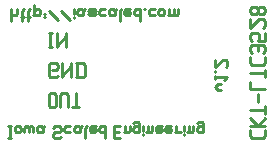
<source format=gbr>
G04 start of page 8 for group -4078 idx -4078 *
G04 Title: (unknown), bottomsilk *
G04 Creator: pcb 20110918 *
G04 CreationDate: Mon 01 Apr 2013 11:48:25 PM GMT UTC *
G04 For: railfan *
G04 Format: Gerber/RS-274X *
G04 PCB-Dimensions: 100000 50000 *
G04 PCB-Coordinate-Origin: lower left *
%MOIN*%
%FSLAX25Y25*%
%LNBOTTOMSILK*%
%ADD41C,0.0100*%
G54D41*X84150Y3635D02*Y5540D01*
X84785Y3000D02*X84150Y3635D01*
X84785Y3000D02*X88595D01*
X89230Y3635D01*
Y5540D01*
X84150Y7064D02*X89230D01*
X86690D02*X89230Y9604D01*
X86690Y7064D02*X84150Y9604D01*
X89230Y11128D02*Y13668D01*
X84150Y12398D02*X89230D01*
X86690Y15192D02*Y17732D01*
X84150Y19256D02*X89230D01*
X84150D02*Y21796D01*
X89230Y23320D02*Y25860D01*
X84150Y24590D02*X89230D01*
X84150Y28019D02*Y29924D01*
X84785Y27384D02*X84150Y28019D01*
X84785Y27384D02*X88595D01*
X89230Y28019D01*
Y29924D01*
X88595Y31448D02*X89230Y32083D01*
Y33353D01*
X88595Y33988D01*
X84785D02*X88595D01*
X84150Y33353D02*X84785Y33988D01*
X84150Y32083D02*Y33353D01*
X84785Y31448D02*X84150Y32083D01*
X86690D02*Y33988D01*
X89230Y35512D02*Y38052D01*
X86690Y35512D02*X89230D01*
X86690D02*X87325Y36147D01*
Y37417D01*
X86690Y38052D01*
X84785D02*X86690D01*
X84150Y37417D02*X84785Y38052D01*
X84150Y36147D02*Y37417D01*
X84785Y35512D02*X84150Y36147D01*
X88595Y39576D02*X89230Y40211D01*
Y42116D01*
X88595Y42751D01*
X87325D02*X88595D01*
X84150Y39576D02*X87325Y42751D01*
X84150Y39576D02*Y42751D01*
X84785Y44275D02*X84150Y44910D01*
X84785Y44275D02*X86055D01*
X86690Y44910D01*
Y46180D01*
X86055Y46815D01*
X84785D02*X86055D01*
X84150Y46180D02*X84785Y46815D01*
X84150Y44910D02*Y46180D01*
X87325Y44275D02*X86690Y44910D01*
X87325Y44275D02*X88595D01*
X89230Y44910D01*
Y46180D01*
X88595Y46815D01*
X87325D02*X88595D01*
X86690Y46180D02*X87325Y46815D01*
X73500Y19000D02*X74500D01*
X73500D02*X72500Y20000D01*
X73500Y21000D01*
X74500D01*
X72500Y22700D02*Y23700D01*
Y23200D02*X76500D01*
X75500Y22200D02*X76500Y23200D01*
X72500Y24900D02*Y25400D01*
X76000Y26600D02*X76500Y27100D01*
Y28600D01*
X76000Y29100D01*
X75000D02*X76000D01*
X72500Y26600D02*X75000Y29100D01*
X72500Y26600D02*Y29100D01*
X17000Y33220D02*X18220D01*
X17610D02*Y38100D01*
X17000D02*X18220D01*
X19684Y33220D02*Y38100D01*
Y33220D02*Y33830D01*
X22734Y36880D01*
Y33220D02*Y38100D01*
X19440Y23220D02*X20050Y23830D01*
X17610Y23220D02*X19440D01*
X17000Y23830D02*X17610Y23220D01*
X17000Y23830D02*Y27490D01*
X17610Y28100D01*
X19440D01*
X20050Y27490D01*
Y26270D02*Y27490D01*
X19440Y25660D02*X20050Y26270D01*
X18220Y25660D02*X19440D01*
X21514Y23220D02*Y28100D01*
Y23220D02*Y23830D01*
X24564Y26880D01*
Y23220D02*Y28100D01*
X26638Y23220D02*Y28100D01*
X28468Y23220D02*X29078Y23830D01*
Y27490D01*
X28468Y28100D02*X29078Y27490D01*
X26028Y28100D02*X28468D01*
X26028Y23220D02*X28468D01*
X17000Y13830D02*Y17490D01*
Y13830D02*X17610Y13220D01*
X18830D01*
X19440Y13830D01*
Y17490D01*
X18830Y18100D02*X19440Y17490D01*
X17610Y18100D02*X18830D01*
X17000Y17490D02*X17610Y18100D01*
X20904Y13220D02*Y17490D01*
X21514Y18100D01*
X22734D01*
X23344Y17490D01*
Y13220D02*Y17490D01*
X24808Y13220D02*X27248D01*
X26028D02*Y18100D01*
X3500Y3000D02*X4500D01*
X4000D02*Y7000D01*
X3500D02*X4500D01*
X5700Y5500D02*Y6500D01*
Y5500D02*X6200Y5000D01*
X7200D01*
X7700Y5500D01*
Y6500D01*
X7200Y7000D02*X7700Y6500D01*
X6200Y7000D02*X7200D01*
X5700Y6500D02*X6200Y7000D01*
X8900Y5000D02*Y6500D01*
X9400Y7000D01*
X9900D01*
X10400Y6500D01*
Y5000D02*Y6500D01*
X10900Y7000D01*
X11400D01*
X11900Y6500D01*
Y5000D02*Y6500D01*
X14600Y5000D02*X15100Y5500D01*
X13600Y5000D02*X14600D01*
X13100Y5500D02*X13600Y5000D01*
X13100Y5500D02*Y6500D01*
X13600Y7000D01*
X15100Y5000D02*Y6500D01*
X15600Y7000D01*
X13600D02*X14600D01*
X15100Y6500D01*
X20600Y3000D02*X21100Y3500D01*
X19100Y3000D02*X20600D01*
X18600Y3500D02*X19100Y3000D01*
X18600Y3500D02*Y4500D01*
X19100Y5000D01*
X20600D01*
X21100Y5500D01*
Y6500D01*
X20600Y7000D02*X21100Y6500D01*
X19100Y7000D02*X20600D01*
X18600Y6500D02*X19100Y7000D01*
X22800Y5000D02*X24300D01*
X22300Y5500D02*X22800Y5000D01*
X22300Y5500D02*Y6500D01*
X22800Y7000D01*
X24300D01*
X27000Y5000D02*X27500Y5500D01*
X26000Y5000D02*X27000D01*
X25500Y5500D02*X26000Y5000D01*
X25500Y5500D02*Y6500D01*
X26000Y7000D01*
X27500Y5000D02*Y6500D01*
X28000Y7000D01*
X26000D02*X27000D01*
X27500Y6500D01*
X29200Y3000D02*Y6500D01*
X29700Y7000D01*
X31200D02*X32700D01*
X30700Y6500D02*X31200Y7000D01*
X30700Y5500D02*Y6500D01*
Y5500D02*X31200Y5000D01*
X32200D01*
X32700Y5500D01*
X30700Y6000D02*X32700D01*
Y5500D02*Y6000D01*
X35900Y3000D02*Y7000D01*
X35400D02*X35900Y6500D01*
X34400Y7000D02*X35400D01*
X33900Y6500D02*X34400Y7000D01*
X33900Y5500D02*Y6500D01*
Y5500D02*X34400Y5000D01*
X35400D01*
X35900Y5500D01*
X38900Y5000D02*X40400D01*
X38900Y7000D02*X40900D01*
X38900Y3000D02*Y7000D01*
Y3000D02*X40900D01*
X42600Y5500D02*Y7000D01*
Y5500D02*X43100Y5000D01*
X43600D01*
X44100Y5500D01*
Y7000D01*
X42100Y5000D02*X42600Y5500D01*
X46800Y5000D02*X47300Y5500D01*
X45800Y5000D02*X46800D01*
X45300Y5500D02*X45800Y5000D01*
X45300Y5500D02*Y6500D01*
X45800Y7000D01*
X46800D01*
X47300Y6500D01*
X45300Y8000D02*X45800Y8500D01*
X46800D01*
X47300Y8000D01*
Y5000D02*Y8000D01*
X48500Y4000D02*Y4500D01*
Y5500D02*Y7000D01*
X50000Y5500D02*Y7000D01*
Y5500D02*X50500Y5000D01*
X51000D01*
X51500Y5500D01*
Y7000D01*
X49500Y5000D02*X50000Y5500D01*
X53200Y7000D02*X54700D01*
X52700Y6500D02*X53200Y7000D01*
X52700Y5500D02*Y6500D01*
Y5500D02*X53200Y5000D01*
X54200D01*
X54700Y5500D01*
X52700Y6000D02*X54700D01*
Y5500D02*Y6000D01*
X56400Y7000D02*X57900D01*
X55900Y6500D02*X56400Y7000D01*
X55900Y5500D02*Y6500D01*
Y5500D02*X56400Y5000D01*
X57400D01*
X57900Y5500D01*
X55900Y6000D02*X57900D01*
Y5500D02*Y6000D01*
X59600Y5500D02*Y7000D01*
Y5500D02*X60100Y5000D01*
X61100D01*
X59100D02*X59600Y5500D01*
X62300Y4000D02*Y4500D01*
Y5500D02*Y7000D01*
X63800Y5500D02*Y7000D01*
Y5500D02*X64300Y5000D01*
X64800D01*
X65300Y5500D01*
Y7000D01*
X63300Y5000D02*X63800Y5500D01*
X68000Y5000D02*X68500Y5500D01*
X67000Y5000D02*X68000D01*
X66500Y5500D02*X67000Y5000D01*
X66500Y5500D02*Y6500D01*
X67000Y7000D01*
X68000D01*
X68500Y6500D01*
X66500Y8000D02*X67000Y8500D01*
X68000D01*
X68500Y8000D01*
Y5000D02*Y8000D01*
X4500Y42000D02*Y46000D01*
Y44500D02*X5000Y44000D01*
X6000D01*
X6500Y44500D01*
Y46000D01*
X8200Y42000D02*Y45500D01*
X8700Y46000D01*
X7700Y43500D02*X8700D01*
X10200Y42000D02*Y45500D01*
X10700Y46000D01*
X9700Y43500D02*X10700D01*
X12200Y44500D02*Y47500D01*
X11700Y44000D02*X12200Y44500D01*
X12700Y44000D01*
X13700D01*
X14200Y44500D01*
Y45500D01*
X13700Y46000D02*X14200Y45500D01*
X12700Y46000D02*X13700D01*
X12200Y45500D02*X12700Y46000D01*
X15400Y43500D02*X15900D01*
X15400Y44500D02*X15900D01*
X17100Y45500D02*X20100Y42500D01*
X21300Y45500D02*X24300Y42500D01*
X25500Y43000D02*Y43500D01*
Y44500D02*Y46000D01*
X28000Y44000D02*X28500Y44500D01*
X27000Y44000D02*X28000D01*
X26500Y44500D02*X27000Y44000D01*
X26500Y44500D02*Y45500D01*
X27000Y46000D01*
X28500Y44000D02*Y45500D01*
X29000Y46000D01*
X27000D02*X28000D01*
X28500Y45500D01*
X30700Y46000D02*X32200D01*
X32700Y45500D01*
X32200Y45000D02*X32700Y45500D01*
X30700Y45000D02*X32200D01*
X30200Y44500D02*X30700Y45000D01*
X30200Y44500D02*X30700Y44000D01*
X32200D01*
X32700Y44500D01*
X30200Y45500D02*X30700Y46000D01*
X34400Y44000D02*X35900D01*
X33900Y44500D02*X34400Y44000D01*
X33900Y44500D02*Y45500D01*
X34400Y46000D01*
X35900D01*
X38600Y44000D02*X39100Y44500D01*
X37600Y44000D02*X38600D01*
X37100Y44500D02*X37600Y44000D01*
X37100Y44500D02*Y45500D01*
X37600Y46000D01*
X39100Y44000D02*Y45500D01*
X39600Y46000D01*
X37600D02*X38600D01*
X39100Y45500D01*
X40800Y42000D02*Y45500D01*
X41300Y46000D01*
X42800D02*X44300D01*
X42300Y45500D02*X42800Y46000D01*
X42300Y44500D02*Y45500D01*
Y44500D02*X42800Y44000D01*
X43800D01*
X44300Y44500D01*
X42300Y45000D02*X44300D01*
Y44500D02*Y45000D01*
X47500Y42000D02*Y46000D01*
X47000D02*X47500Y45500D01*
X46000Y46000D02*X47000D01*
X45500Y45500D02*X46000Y46000D01*
X45500Y44500D02*Y45500D01*
Y44500D02*X46000Y44000D01*
X47000D01*
X47500Y44500D01*
X48700Y46000D02*X49200D01*
X50900Y44000D02*X52400D01*
X50400Y44500D02*X50900Y44000D01*
X50400Y44500D02*Y45500D01*
X50900Y46000D01*
X52400D01*
X53600Y44500D02*Y45500D01*
Y44500D02*X54100Y44000D01*
X55100D01*
X55600Y44500D01*
Y45500D01*
X55100Y46000D02*X55600Y45500D01*
X54100Y46000D02*X55100D01*
X53600Y45500D02*X54100Y46000D01*
X57300Y44500D02*Y46000D01*
Y44500D02*X57800Y44000D01*
X58300D01*
X58800Y44500D01*
Y46000D01*
Y44500D02*X59300Y44000D01*
X59800D01*
X60300Y44500D01*
Y46000D01*
X56800Y44000D02*X57300Y44500D01*
M02*

</source>
